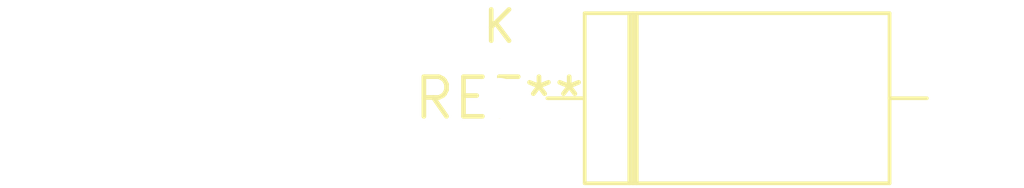
<source format=kicad_pcb>
(kicad_pcb (version 20240108) (generator pcbnew)
  (layers (0 "F.Cu" signal) (31 "B.Cu" signal) (34 "B.Paste" user) (35 "F.Paste" user) (36 "B.SilkS" user "B.Silkscreen") (37 "F.SilkS" user "F.Silkscreen") (38 "B.Mask" user) (39 "F.Mask" user) (44 "Edge.Cuts" user))
  (net 0 "")
  (footprint "D_DO-201_P15.24mm_Horizontal" (layer "F.Cu") (at 0 0)
    (property "Reference" "REF**")
    (property "Value" "D_DO-201_P15.24mm_Horizontal")
    (fp_line (start 1.54 0) (end 2.735 0) (layer "F.SilkS") (stroke (width 0.12)))
    (fp_line (start 2.735 -2.725) (end 2.735 2.725) (layer "F.SilkS") (stroke (width 0.12)))
    (fp_line (start 2.735 2.725) (end 12.505 2.725) (layer "F.SilkS") (stroke (width 0.12)))
    (fp_line (start 4.1645 -2.725) (end 4.1645 2.725) (layer "F.SilkS") (stroke (width 0.12)))
    (fp_line (start 4.2845 -2.725) (end 4.2845 2.725) (layer "F.SilkS") (stroke (width 0.12)))
    (fp_line (start 4.4045 -2.725) (end 4.4045 2.725) (layer "F.SilkS") (stroke (width 0.12)))
    (fp_line (start 12.505 -2.725) (end 2.735 -2.725) (layer "F.SilkS") (stroke (width 0.12)))
    (fp_line (start 12.505 2.725) (end 12.505 -2.725) (layer "F.SilkS") (stroke (width 0.12)))
    (fp_line (start 13.7 0) (end 12.505 0) (layer "F.SilkS") (stroke (width 0.12)))
    (fp_text user "K" (at 0 -2.3 0) (layer "F.SilkS"))
    (pad "1" thru_hole rect (at 0 0) (size 2.6 2.6) (drill 1.3) (layers *.Cu *.Mask) (remove_unused_layers))
    (pad "2" thru_hole oval (at 15.24 0) (size 2.6 2.6) (drill 1.3) (layers *.Cu *.Mask) (remove_unused_layers))
  )
)
</source>
